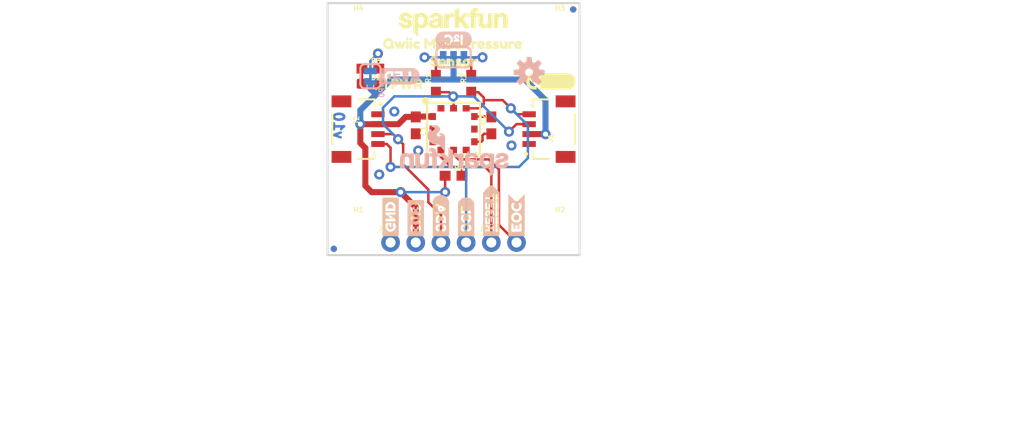
<source format=kicad_pcb>
(kicad_pcb (version 20211014) (generator pcbnew)
  (layers (0 "F.Cu" signal) (31 "B.Cu" signal) (34 "B.Paste" user) (35 "F.Paste" user) (36 "B.SilkS" user "B.Silkscreen") (37 "F.SilkS" user "F.Silkscreen") (38 "B.Mask" user) (39 "F.Mask" user) (44 "Edge.Cuts" user))
  (net 0 "")
  (net 1 "SDA")
  (net 2 "SCL")
  (net 3 "N$3")
  (net 4 "N$4")
  (net 5 "N$7")
  (net 6 "EOC")
  (net 7 "~{RESET}")
  (net 8 "N$6")
  (net 9 "GND")
  (net 10 "3.3V")
  (net 11 "N$2")
  (net 12 "N$1")
  (net 13 "SS")
  (net 14 "MISO")
  (footprint "boardEagle:JST04_1MM_RA" (layer "F.Cu") (at 140.8811 105.0036 -90)
    (fp_text reference "J2" (at -1.397 2.159 90) (layer "F.SilkS") (effects (font (size 0.512064 0.512064) (thickness 0.097536)) (justify right)))
    (fp_text value "Qwiic")
    (pad "1" smd rect (at -1.5 0 270) (size 0.6 1.35) (layers "F.Cu" "F.Paste" "F.Mask") (net 9 "GND"))
    (pad "2" smd rect (at -0.5 0 270) (size 0.6 1.35) (layers "F.Cu" "F.Paste" "F.Mask") (net 10 "3.3V"))
    (pad "3" smd rect (at 0.5 0 270) (size 0.6 1.35) (layers "F.Cu" "F.Paste" "F.Mask") (net 1 "SDA"))
    (pad "4" smd rect (at 1.5 0 270) (size 0.6 1.35) (layers "F.Cu" "F.Paste" "F.Mask") (net 2 "SCL"))
    (pad "NC1" smd rect (at 2.8 3.675 270) (size 1.2 2) (layers "F.Cu" "F.Paste" "F.Mask"))
    (pad "NC2" smd rect (at -2.8 3.675 270) (size 1.2 2) (layers "F.Cu" "F.Paste" "F.Mask"))
  )
  (footprint "boardEagle:SCL3" (layer "F.Cu") (at 149.7711 116.2685 90)
    (fp_text reference "U$4" hide)
    (fp_text value "" hide)
  )
  (footprint "boardEagle:#RESET4" (layer "F.Cu") (at 152.3111 116.4209 90)
    (fp_text reference "U$5" hide)
    (fp_text value "" hide)
  )
  (footprint "boardEagle:STAND-OFF" (layer "F.Cu") (at 138.3411 115.1636)
    (fp_text reference "H1" (at 0 -2.032) (layer "F.SilkS") (effects (font (size 0.512064 0.512064) (thickness 0.097536)) (justify left)))
    (fp_text value "STAND-OFF")
    (pad "" np_thru_hole circle (at 0 0) (size 3.302 3.302) (drill 3.302) (layers *.Cu *.Mask))
  )
  (footprint "boardEagle:SFE_LOGO_NAME_.1" (layer "F.Cu") (at 148.5011 94.2086)
    (fp_text reference "U$19" hide)
    (fp_text value "" hide)
  )
  (footprint "boardEagle:FIDUCIAL-MICRO" (layer "F.Cu") (at 136.4361 117.0686)
    (fp_text reference "FD1" hide)
    (fp_text value "FIDUCIALUFIDUCIAL" hide)
    (pad "1" smd roundrect (at 0 0) (size 0.635 0.635) (layers "F.Cu" "F.Mask") (roundrect_rratio 0.5))
  )
  (footprint "boardEagle:0603" (layer "F.Cu") (at 140.1191 98.9076)
    (fp_text reference "R3" (at 0 -0.762) (layer "F.SilkS") (effects (font (size 0.512064 0.512064) (thickness 0.097536)) (justify left)))
    (fp_text value "1k")
    (pad "1" smd rect (at -0.85 0) (size 1.1 1) (layers "F.Cu" "F.Paste" "F.Mask") (net 11 "N$2"))
    (pad "2" smd rect (at 0.85 0) (size 1.1 1) (layers "F.Cu" "F.Paste" "F.Mask") (net 12 "N$1"))
  )
  (footprint "boardEagle:1X02_NO_SILK" (layer "F.Cu") (at 152.3111 116.4336)
    (fp_text reference "J4" (at -1.27 -1.397) (layer "F.SilkS") (effects (font (size 0.512064 0.512064) (thickness 0.097536)) (justify left)))
    (fp_text value "")
    (pad "1" thru_hole circle (at 0 0 90) (size 1.8796 1.8796) (drill 1.016) (layers *.Cu *.Mask) (net 7 "~{RESET}"))
    (pad "2" thru_hole circle (at 2.54 0 90) (size 1.8796 1.8796) (drill 1.016) (layers *.Cu *.Mask) (net 6 "EOC"))
  )
  (footprint "boardEagle:STAND-OFF" (layer "F.Cu") (at 158.6611 94.8436)
    (fp_text reference "H3" (at 0 -2.032) (layer "F.SilkS") (effects (font (size 0.512064 0.512064) (thickness 0.097536)) (justify left)))
    (fp_text value "STAND-OFF")
    (pad "" np_thru_hole circle (at 0 0) (size 3.302 3.302) (drill 3.302) (layers *.Cu *.Mask))
  )
  (footprint "boardEagle:QWIIC_5MM" (layer "F.Cu") (at 158.2801 100.1776)
    (fp_text reference "LOGO1" hide)
    (fp_text value "QWIIC_LOGO_5MM" hide)
  )
  (footprint "boardEagle:QWIIC_MICROPRESSURE0" (layer "F.Cu") (at 140.5001 96.3676)
    (fp_text reference "U$16" hide)
    (fp_text value "" hide)
  )
  (footprint "boardEagle:GND1" (layer "F.Cu") (at 142.1511 116.2685 90)
    (fp_text reference "U$1" hide)
    (fp_text value "" hide)
  )
  (footprint "boardEagle:0603" (layer "F.Cu") (at 152.3111 104.6226 90)
    (fp_text reference "C2" (at 0 -0.762 90) (layer "F.SilkS") (effects (font (size 0.512064 0.512064) (thickness 0.097536)) (justify left)))
    (fp_text value "1nF")
    (pad "1" smd rect (at -0.85 0 90) (size 1.1 1) (layers "F.Cu" "F.Paste" "F.Mask") (net 5 "N$7"))
    (pad "2" smd rect (at 0.85 0 90) (size 1.1 1) (layers "F.Cu" "F.Paste" "F.Mask") (net 8 "N$6"))
  )
  (footprint "boardEagle:0603" (layer "F.Cu") (at 146.7231 100.4316 90)
    (fp_text reference "R1" (at 0 -0.762 90) (layer "F.SilkS") (effects (font (size 0.512064 0.512064) (thickness 0.097536)) (justify left)))
    (fp_text value "2.2k")
    (pad "1" smd rect (at -0.85 0 90) (size 1.1 1) (layers "F.Cu" "F.Paste" "F.Mask") (net 1 "SDA"))
    (pad "2" smd rect (at 0.85 0 90) (size 1.1 1) (layers "F.Cu" "F.Paste" "F.Mask") (net 4 "N$4"))
  )
  (footprint "boardEagle:EOC5" (layer "F.Cu") (at 154.8511 116.3066 90)
    (fp_text reference "U$6" hide)
    (fp_text value "" hide)
  )
  (footprint "boardEagle:1X04_NO_SILK" (layer "F.Cu") (at 142.1511 116.4336)
    (fp_text reference "J3" (at -1.27 -1.397) (layer "F.SilkS") (effects (font (size 0.512064 0.512064) (thickness 0.097536)) (justify left)))
    (fp_text value "")
    (pad "1" thru_hole circle (at 0 0 90) (size 1.8796 1.8796) (drill 1.016) (layers *.Cu *.Mask) (net 9 "GND"))
    (pad "2" thru_hole circle (at 2.54 0 90) (size 1.8796 1.8796) (drill 1.016) (layers *.Cu *.Mask) (net 10 "3.3V"))
    (pad "3" thru_hole circle (at 5.08 0 90) (size 1.8796 1.8796) (drill 1.016) (layers *.Cu *.Mask) (net 1 "SDA"))
    (pad "4" thru_hole circle (at 7.62 0 90) (size 1.8796 1.8796) (drill 1.016) (layers *.Cu *.Mask) (net 2 "SCL"))
  )
  (footprint "boardEagle:CREATIVE_COMMONS" (layer "F.Cu") (at 123.1011 135.4836)
    (fp_text reference "FRAME1" hide)
    (fp_text value "FRAME-LETTER" hide)
  )
  (footprint "boardEagle:PWR0" (layer "F.Cu") (at 141.2621 100.4316)
    (fp_text reference "U$7" hide)
    (fp_text value "" hide)
  )
  (footprint "boardEagle:3V30" (layer "F.Cu") (at 144.6911 116.3066 90)
    (fp_text reference "U$2" hide)
    (fp_text value "" hide)
  )
  (footprint "boardEagle:JST04_1MM_RA" (layer "F.Cu") (at 156.1211 105.0036 90)
    (fp_text reference "J1" (at -1.397 2.159 90) (layer "F.SilkS") (effects (font (size 0.512064 0.512064) (thickness 0.097536)) (justify left)))
    (fp_text value "Qwiic")
    (pad "1" smd rect (at -1.5 0 90) (size 0.6 1.35) (layers "F.Cu" "F.Paste" "F.Mask") (net 9 "GND"))
    (pad "2" smd rect (at -0.5 0 90) (size 0.6 1.35) (layers "F.Cu" "F.Paste" "F.Mask") (net 10 "3.3V"))
    (pad "3" smd rect (at 0.5 0 90) (size 0.6 1.35) (layers "F.Cu" "F.Paste" "F.Mask") (net 1 "SDA"))
    (pad "4" smd rect (at 1.5 0 90) (size 0.6 1.35) (layers "F.Cu" "F.Paste" "F.Mask") (net 2 "SCL"))
    (pad "NC1" smd rect (at 2.8 3.675 90) (size 1.2 2) (layers "F.Cu" "F.Paste" "F.Mask"))
    (pad "NC2" smd rect (at -2.8 3.675 90) (size 1.2 2) (layers "F.Cu" "F.Paste" "F.Mask"))
  )
  (footprint "boardEagle:MPR_SERIES_PRESSURE_I2C" (layer "F.Cu") (at 148.5011 105.0036 180)
    (fp_text reference "U1" (at -2.921 -2.921) (layer "F.SilkS") (effects (font (size 1.176528 1.176528) (thickness 0.093472)) (justify right)))
    (fp_text value "MPR Series")
    (pad "" np_thru_hole circle (at -0.86 -0.05 180) (size 1 1) (drill 1) (layers *.Cu *.Mask))
    (pad "1" smd rect (at 1.27 2.1 270) (size 0.65 0.7) (layers "F.Cu" "F.Paste" "F.Mask") (net 13 "SS"))
    (pad "2" smd rect (at 0 2.1 270) (size 0.65 0.7) (layers "F.Cu" "F.Paste" "F.Mask") (net 1 "SDA"))
    (pad "3" smd rect (at -1.27 2.1 270) (size 0.65 0.7) (layers "F.Cu" "F.Paste" "F.Mask") (net 2 "SCL"))
    (pad "4" smd rect (at -2.1 1.27 180) (size 0.65 0.7) (layers "F.Cu" "F.Paste" "F.Mask") (net 8 "N$6"))
    (pad "5" smd rect (at -2.1 0 180) (size 0.65 0.7) (layers "F.Cu" "F.Paste" "F.Mask"))
    (pad "6" smd rect (at -2.1 -1.27 180) (size 0.65 0.7) (layers "F.Cu" "F.Paste" "F.Mask") (net 5 "N$7"))
    (pad "7" smd rect (at -1.27 -2.1 270) (size 0.65 0.7) (layers "F.Cu" "F.Paste" "F.Mask") (net 14 "MISO"))
    (pad "8" smd rect (at 0 -2.1 270) (size 0.65 0.7) (layers "F.Cu" "F.Paste" "F.Mask") (net 6 "EOC"))
    (pad "9" smd rect (at 1.27 -2.1 270) (size 0.65 0.7) (layers "F.Cu" "F.Paste" "F.Mask") (net 7 "~{RESET}"))
    (pad "10" smd rect (at 2.1 -1.27 180) (size 0.65 0.7) (layers "F.Cu" "F.Paste" "F.Mask") (net 9 "GND"))
    (pad "11" smd rect (at 2.1 0 180) (size 0.65 0.7) (layers "F.Cu" "F.Paste" "F.Mask"))
    (pad "12" smd rect (at 2.1 1.27 180) (size 0.65 0.7) (layers "F.Cu" "F.Paste" "F.Mask") (net 10 "3.3V"))
  )
  (footprint "boardEagle:LED-0603" (layer "F.Cu") (at 140.1191 100.4316)
    (fp_text reference "D1" (at 0 -0.635) (layer "F.SilkS") (effects (font (size 0.512064 0.512064) (thickness 0.097536)) (justify left)))
    (fp_text value "RED")
    (pad "A" smd roundrect (at -0.877 0 270) (size 1 1) (layers "F.Cu" "F.Paste" "F.Mask") (roundrect_rratio 0.15) (net 11 "N$2"))
    (pad "C" smd roundrect (at 0.877 0 270) (size 1 1) (layers "F.Cu" "F.Paste" "F.Mask") (roundrect_rratio 0.15) (net 9 "GND"))
  )
  (footprint "boardEagle:SENSOR2" (layer "F.Cu") (at 145.1991 98.1456)
    (fp_text reference "U$18" hide)
    (fp_text value "" hide)
  )
  (footprint "boardEagle:STAND-OFF" (layer "F.Cu") (at 158.6611 115.1636)
    (fp_text reference "H2" (at 0 -2.032) (layer "F.SilkS") (effects (font (size 0.512064 0.512064) (thickness 0.097536)) (justify left)))
    (fp_text value "STAND-OFF")
    (pad "" np_thru_hole circle (at 0 0) (size 3.302 3.302) (drill 3.302) (layers *.Cu *.Mask))
  )
  (footprint "boardEagle:0603" (layer "F.Cu") (at 144.6911 104.6226 -90)
    (fp_text reference "C1" (at 0 -0.762 90) (layer "F.SilkS") (effects (font (size 0.512064 0.512064) (thickness 0.097536)) (justify right)))
    (fp_text value "0.1uF")
    (pad "1" smd rect (at -0.85 0 270) (size 1.1 1) (layers "F.Cu" "F.Paste" "F.Mask") (net 10 "3.3V"))
    (pad "2" smd rect (at 0.85 0 270) (size 1.1 1) (layers "F.Cu" "F.Paste" "F.Mask") (net 9 "GND"))
  )
  (footprint "boardEagle:STAND-OFF" (layer "F.Cu") (at 138.3411 94.8436)
    (fp_text reference "H4" (at 0 -2.032) (layer "F.SilkS") (effects (font (size 0.512064 0.512064) (thickness 0.097536)) (justify left)))
    (fp_text value "STAND-OFF")
    (pad "" np_thru_hole circle (at 0 0) (size 3.302 3.302) (drill 3.302) (layers *.Cu *.Mask))
  )
  (footprint "boardEagle:0603" (layer "F.Cu") (at 150.2791 100.4316 90)
    (fp_text reference "R2" (at 0 -0.762 90) (layer "F.SilkS") (effects (font (size 0.512064 0.512064) (thickness 0.097536)) (justify left)))
    (fp_text value "2.2k")
    (pad "1" smd rect (at -0.85 0 90) (size 1.1 1) (layers "F.Cu" "F.Paste" "F.Mask") (net 2 "SCL"))
    (pad "2" smd rect (at 0.85 0 90) (size 1.1 1) (layers "F.Cu" "F.Paste" "F.Mask") (net 3 "N$3"))
  )
  (footprint "boardEagle:SDA2" (layer "F.Cu") (at 147.2311 116.2685 90)
    (fp_text reference "U$3" hide)
    (fp_text value "" hide)
  )
  (footprint "boardEagle:0603" (layer "F.Cu") (at 148.5011 109.7026)
    (fp_text reference "R4" (at 0 -0.762) (layer "F.SilkS") (effects (font (size 0.512064 0.512064) (thickness 0.097536)) (justify left)))
    (fp_text value "2.2k")
    (pad "1" smd rect (at -0.85 0) (size 1.1 1) (layers "F.Cu" "F.Paste" "F.Mask") (net 10 "3.3V"))
    (pad "2" smd rect (at 0.85 0) (size 1.1 1) (layers "F.Cu" "F.Paste" "F.Mask") (net 7 "~{RESET}"))
  )
  (footprint "boardEagle:FIDUCIAL-MICRO" (layer "F.Cu") (at 160.5661 92.9386)
    (fp_text reference "FD4" hide)
    (fp_text value "FIDUCIALUFIDUCIAL" hide)
    (pad "1" smd roundrect (at 0 0) (size 0.635 0.635) (layers "F.Cu" "F.Mask") (roundrect_rratio 0.5))
  )
  (footprint "boardEagle:SDA2" (layer "B.Cu") (at 147.2311 116.2685 90)
    (fp_text reference "U$13" hide)
    (fp_text value "" hide)
  )
  (footprint "boardEagle:#RESET4" (layer "B.Cu") (at 152.3111 116.4209 90)
    (fp_text reference "U$11" hide)
    (fp_text value "" hide)
  )
  (footprint "boardEagle:SMT-JUMPER_3_2-NC_TRACE_SILK" (layer "B.Cu") (at 148.5011 97.7646 180)
    (fp_text reference "I2C0" (at 0 1.143) (layer "B.SilkS") (effects (font (size 0.512064 0.512064) (thickness 0.097536)) (justify left mirror)))
    (fp_text value "")
    (fp_poly (pts (xy 0.7112 -0.13335) (xy -0.7112 -0.13335) (xy -0.7112 0.13335) (xy 0.7112 0.13335)) (layer "B.Cu") (width 0) (fill solid))
    (pad "1" smd rect (at -1.0414 0 180) (size 0.6604 1.27) (layers "B.Cu" "B.Mask") (net 3 "N$3"))
    (pad "2" smd rect (at 0 0 180) (size 0.6604 1.27) (layers "B.Cu" "B.Mask") (net 10 "3.3V"))
    (pad "3" smd rect (at 1.0414 0 180) (size 0.6604 1.27) (layers "B.Cu" "B.Mask") (net 4 "N$4"))
  )
  (footprint "boardEagle:SMT-JUMPER_2_NC_TRACE_SILK" (layer "B.Cu") (at 140.1191 99.6696 90)
    (fp_text reference "PWR0" (at 0 1.143 90) (layer "B.SilkS") (effects (font (size 0.512064 0.512064) (thickness 0.097536)) (justify left mirror)))
    (fp_text value "")
    (fp_poly (pts (xy 0.1905 -0.13335) (xy -0.70485 -0.13335) (xy -0.70485 0.13335) (xy 0.1905 0.13335)) (layer "B.Cu") (width 0) (fill solid))
    (pad "1" smd rect (at -0.5207 0 90) (size 0.6604 1.27) (layers "B.Cu" "B.Mask") (net 10 "3.3V"))
    (pad "2" smd rect (at 0.5207 0 90) (size 0.6604 1.27) (layers "B.Cu" "B.Mask") (net 12 "N$1"))
  )
  (footprint "boardEagle:LED7" (layer "B.Cu") (at 145.1991 99.6696 180)
    (fp_text reference "U$8" hide)
    (fp_text value "" hide)
  )
  (footprint "boardEagle:SFE_LOGO_NAME_FLAME_.1" (layer "B.Cu") (at 148.5011 108.3056 180)
    (fp_text reference "LOGO3" hide)
    (fp_text value "SFE_LOGO_NAME_FLAME.1_INCH" hide)
  )
  (footprint "boardEagle:OSHW-LOGO-S" (layer "B.Cu") (at 156.1211 99.2886 180)
    (fp_text reference "LOGO2" hide)
    (fp_text value "OSHW-LOGOS" hide)
  )
  (footprint "boardEagle:FIDUCIAL-MICRO" (layer "B.Cu") (at 136.4361 117.0686 180)
    (fp_text reference "FD2" hide)
    (fp_text value "FIDUCIALUFIDUCIAL" hide)
    (pad "1" smd roundrect (at 0 0 180) (size 0.635 0.635) (layers "B.Cu" "B.Mask") (roundrect_rratio 0.5))
  )
  (footprint "boardEagle:EOC5" (layer "B.Cu") (at 154.8511 116.3066 90)
    (fp_text reference "U$10" hide)
    (fp_text value "" hide)
  )
  (footprint "boardEagle:SCL3" (layer "B.Cu") (at 149.7711 116.2685 90)
    (fp_text reference "U$12" hide)
    (fp_text value "" hide)
  )
  (footprint "boardEagle:FIDUCIAL-MICRO" (layer "B.Cu") (at 160.5661 92.9386 180)
    (fp_text reference "FD3" hide)
    (fp_text value "FIDUCIALUFIDUCIAL" hide)
    (pad "1" smd roundrect (at 0 0 180) (size 0.635 0.635) (layers "B.Cu" "B.Mask") (roundrect_rratio 0.5))
  )
  (footprint "boardEagle:GND1" (layer "B.Cu") (at 142.1511 116.2685 90)
    (fp_text reference "U$15" hide)
    (fp_text value "" hide)
  )
  (footprint "boardEagle:3V30" (layer "B.Cu") (at 144.6911 116.3066 90)
    (fp_text reference "U$14" hide)
    (fp_text value "" hide)
  )
  (footprint "boardEagle:I#C0" (layer "B.Cu") (at 150.4061 95.9866 180)
    (fp_text reference "U$9" hide)
    (fp_text value "" hide)
  )
  (gr_line (start 161.2011 92.3036) (end 135.8011 92.3036) (layer "Edge.Cuts") (width 0.2032))
  (gr_line (start 161.2011 117.7036) (end 161.2011 92.3036) (layer "Edge.Cuts") (width 0.2032))
  (gr_line (start 135.8011 92.3036) (end 135.8011 117.7036) (layer "Edge.Cuts") (width 0.2032))
  (gr_line (start 135.8011 117.7036) (end 161.2011 117.7036) (layer "Edge.Cuts") (width 0.2032))
  (gr_text "v10" (at 136.3091 106.1466 -90) (layer "B.Cu") (effects (font (size 1.016 1.016) (thickness 0.254)) (justify left bottom mirror)))
  (segment (start 143.4211 106.5276) (end 142.9131 106.0196) (width 0.254) (layer "F.Cu") (net 1))
  (segment (start 143.4211 106.5276) (end 143.4211 108.5596) (width 0.254) (layer "F.Cu") (net 1))
  (segment (start 142.3971 105.5036) (end 142.9131 106.0196) (width 0.254) (layer "F.Cu") (net 1))
  (segment (start 147.2311 113.6396) (end 147.2311 116.4336) (width 0.254) (layer "F.Cu") (net 1))
  (segment (start 140.8811 105.5036) (end 142.3971 105.5036) (width 0.254) (layer "F.Cu") (net 1))
  (segment (start 148.0421 101.2816) (end 146.7231 101.2816) (width 0.254) (layer "F.Cu") (net 1))
  (segment (start 148.5011 101.7406) (end 148.4621 101.7016) (width 0.254) (layer "F.Cu") (net 1))
  (segment (start 145.9611 111.0996) (end 145.9611 112.3696) (width 0.254) (layer "F.Cu") (net 1))
  (segment (start 154.8431 104.5036) (end 154.0891 105.2576) (width 0.254) (layer "F.Cu") (net 1))
  (segment (start 148.4621 101.7016) (end 148.0421 101.2816) (width 0.254) (layer "F.Cu") (net 1))
  (segment (start 156.1211 104.5036) (end 154.8431 104.5036) (width 0.254) (layer "F.Cu") (net 1))
  (segment (start 148.5011 102.9036) (end 148.5011 101.7406) (width 0.254) (layer "F.Cu") (net 1))
  (segment (start 147.2311 113.6396) (end 145.9611 112.3696) (width 0.254) (layer "F.Cu") (net 1))
  (segment (start 143.4211 108.5596) (end 145.9611 111.0996) (width 0.254) (layer "F.Cu") (net 1))
  (via (at 148.4621 101.7016) (size 1.016) (drill 0.508) (layers "F.Cu" "B.Cu") (net 1))
  (via (at 154.0891 105.2576) (size 1.016) (drill 0.508) (layers "F.Cu" "B.Cu") (net 1))
  (via (at 142.9131 106.0196) (size 1.016) (drill 0.508) (layers "F.Cu" "B.Cu") (net 1))
  (segment (start 141.3891 102.8446) (end 141.3891 104.4956) (width 0.254) (layer "B.Cu") (net 1))
  (segment (start 148.4621 101.7016) (end 150.5331 101.7016) (width 0.254) (layer "B.Cu") (net 1))
  (segment (start 150.5331 101.7016) (end 154.0891 105.2576) (width 0.254) (layer "B.Cu") (net 1))
  (segment (start 148.4621 101.7016) (end 142.5321 101.7016) (width 0.254) (layer "B.Cu") (net 1))
  (segment (start 141.3891 104.4956) (end 142.9131 106.0196) (width 0.254) (layer "B.Cu") (net 1))
  (segment (start 142.5321 101.7016) (end 141.3891 102.8446) (width 0.254) (layer "B.Cu") (net 1))
  (segment (start 149.7711 102.9036) (end 151.1091 102.9036) (width 0.254) (layer "F.Cu") (net 2))
  (segment (start 151.5491 102.0826) (end 151.5491 102.4636) (width 0.254) (layer "F.Cu") (net 2))
  (segment (start 151.0021 101.2816) (end 151.5491 101.8286) (width 0.254) (layer "F.Cu") (net 2))
  (segment (start 153.4541 102.0826) (end 151.5491 102.0826) (width 0.254) (layer "F.Cu") (net 2))
  (segment (start 156.1211 103.5036) (end 154.8751 103.5036) (width 0.254) (layer "F.Cu") (net 2))
  (segment (start 140.8811 106.5036) (end 141.7701 106.5036) (width 0.254) (layer "F.Cu") (net 2))
  (segment (start 150.2791 101.2816) (end 151.0021 101.2816) (width 0.254) (layer "F.Cu") (net 2))
  (segment (start 151.5491 101.8286) (end 151.5491 102.0826) (width 0.254) (layer "F.Cu") (net 2))
  (segment (start 154.8751 103.5036) (end 154.2751 102.9036) (width 0.254) (layer "F.Cu") (net 2))
  (segment (start 154.2751 102.9036) (end 153.4541 102.0826) (width 0.254) (layer "F.Cu") (net 2))
  (segment (start 142.1511 106.8846) (end 141.7701 106.5036) (width 0.254) (layer "F.Cu") (net 2))
  (segment (start 142.1511 106.8846) (end 142.1511 108.8136) (width 0.254) (layer "F.Cu") (net 2))
  (segment (start 151.1091 102.9036) (end 151.5491 102.4636) (width 0.254) (layer "F.Cu") (net 2))
  (via (at 142.1511 108.8136) (size 1.016) (drill 0.508) (layers "F.Cu" "B.Cu") (net 2))
  (via (at 154.2751 102.9036) (size 1.016) (drill 0.508) (layers "F.Cu" "B.Cu") (net 2))
  (segment (start 155.9941 104.6226) (end 155.9941 107.9246) (width 0.254) (layer "B.Cu") (net 2))
  (segment (start 155.9941 107.9246) (end 155.1051 108.8136) (width 0.254) (layer "B.Cu") (net 2))
  (segment (start 155.1051 108.8136) (end 149.7711 108.8136) (width 0.254) (layer "B.Cu") (net 2))
  (segment (start 149.7711 116.4336) (end 149.7711 108.8136) (width 0.254) (layer "B.Cu") (net 2))
  (segment (start 155.9941 104.6226) (end 154.2751 102.9036) (width 0.254) (layer "B.Cu") (net 2))
  (segment (start 149.7711 108.8136) (end 142.1511 108.8136) (width 0.254) (layer "B.Cu") (net 2))
  (segment (start 150.7871 97.7646) (end 150.2791 98.2726) (width 0.254) (layer "F.Cu") (net 3))
  (segment (start 150.7871 97.7646) (end 151.4221 97.7646) (width 0.254) (layer "F.Cu") (net 3))
  (segment (start 150.2791 99.5816) (end 150.2791 98.2726) (width 0.254) (layer "F.Cu") (net 3))
  (via (at 151.4221 97.7646) (size 1.016) (drill 0.508) (layers "F.Cu" "B.Cu") (net 3))
  (segment (start 149.5425 97.7646) (end 151.4221 97.7646) (width 0.254) (layer "B.Cu") (net 3))
  (segment (start 146.7231 99.5816) (end 146.7231 98.2726) (width 0.254) (layer "F.Cu") (net 4))
  (segment (start 146.2151 97.7646) (end 145.5801 97.7646) (width 0.254) (layer "F.Cu") (net 4))
  (segment (start 146.7231 98.2726) (end 146.2151 97.7646) (width 0.254) (layer "F.Cu") (net 4))
  (via (at 145.5801 97.7646) (size 1.016) (drill 0.508) (layers "F.Cu" "B.Cu") (net 4))
  (segment (start 147.4597 97.7646) (end 145.5801 97.7646) (width 0.254) (layer "B.Cu") (net 4))
  (segment (start 150.6011 106.2736) (end 151.2951 106.2736) (width 0.254) (layer "F.Cu") (net 5))
  (segment (start 151.5881 105.4726) (end 152.3111 105.4726) (width 0.254) (layer "F.Cu") (net 5))
  (segment (start 151.2951 106.2736) (end 151.4221 106.1466) (width 0.254) (layer "F.Cu") (net 5))
  (segment (start 151.4221 106.1466) (end 151.4221 105.6386) (width 0.254) (layer "F.Cu") (net 5))
  (segment (start 151.4221 105.6386) (end 151.5881 105.4726) (width 0.254) (layer "F.Cu") (net 5))
  (segment (start 152.0571 108.0516) (end 149.0091 108.0516) (width 0.254) (layer "F.Cu") (net 6))
  (segment (start 148.5011 107.5436) (end 149.0091 108.0516) (width 0.254) (layer "F.Cu") (net 6))
  (segment (start 153.0731 114.6556) (end 153.0731 109.0676) (width 0.254) (layer "F.Cu") (net 6))
  (segment (start 154.8511 116.4336) (end 153.0731 114.6556) (width 0.254) (layer "F.Cu") (net 6))
  (segment (start 153.0731 109.0676) (end 152.0571 108.0516) (width 0.254) (layer "F.Cu") (net 6))
  (segment (start 148.5011 107.1036) (end 148.5011 107.5436) (width 0.254) (layer "F.Cu") (net 6))
  (segment (start 149.3511 108.8136) (end 151.6761 108.8136) (width 0.254) (layer "F.Cu") (net 7))
  (segment (start 149.3511 109.7026) (end 149.3511 108.8136) (width 0.254) (layer "F.Cu") (net 7))
  (segment (start 148.2471 108.8136) (end 149.3511 108.8136) (width 0.254) (layer "F.Cu") (net 7))
  (segment (start 147.2311 107.7976) (end 148.2471 108.8136) (width 0.254) (layer "F.Cu") (net 7))
  (segment (start 152.3111 109.4486) (end 152.3111 116.4336) (width 0.254) (layer "F.Cu") (net 7))
  (segment (start 147.2311 107.1036) (end 147.2311 107.7976) (width 0.254) (layer "F.Cu") (net 7))
  (segment (start 151.6761 108.8136) (end 152.3111 109.4486) (width 0.254) (layer "F.Cu") (net 7))
  (segment (start 150.6011 103.7336) (end 152.3111 103.7336) (width 0.254) (layer "F.Cu") (net 8))
  (segment (start 152.3111 103.7336) (end 152.3111 103.7726) (width 0.254) (layer "F.Cu") (net 8))
  (via (at 144.9451 107.1626) (size 1.016) (drill 0.508) (layers "F.Cu" "B.Cu") (net 9))
  (via (at 154.3431 106.6546) (size 1.016) (drill 0.508) (layers "F.Cu" "B.Cu") (net 9))
  (via (at 141.0081 109.5756) (size 1.016) (drill 0.508) (layers "F.Cu" "B.Cu") (net 9))
  (via (at 142.5321 103.2256) (size 1.016) (drill 0.508) (layers "F.Cu" "B.Cu") (net 9))
  (segment (start 139.1031 104.4956) (end 139.1031 104.5036) (width 0.6096) (layer "F.Cu") (net 10))
  (segment (start 142.9441 104.5036) (end 140.8811 104.5036) (width 0.6096) (layer "F.Cu") (net 10))
  (segment (start 157.7721 105.5036) (end 157.7721 105.5116) (width 0.6096) (layer "F.Cu") (net 10))
  (segment (start 156.1211 105.5036) (end 157.7721 105.5036) (width 0.6096) (layer "F.Cu") (net 10))
  (segment (start 139.1031 106.4006) (end 139.1031 104.4956) (width 0.6096) (layer "F.Cu") (net 10))
  (segment (start 140.2461 111.3536) (end 139.6111 110.7186) (width 0.6096) (layer "F.Cu") (net 10))
  (segment (start 144.6911 116.4336) (end 144.6911 112.8776) (width 0.6096) (layer "F.Cu") (net 10))
  (segment (start 139.6111 106.9086) (end 139.6111 110.7186) (width 0.6096) (layer "F.Cu") (net 10))
  (segment (start 143.1671 111.3536) (end 140.2461 111.3536) (width 0.6096) (layer "F.Cu") (net 10))
  (segment (start 144.7301 103.7336) (end 144.6911 103.7726) (width 0.6096) (layer "F.Cu") (net 10))
  (segment (start 139.1031 104.5036) (end 140.8811 104.5036) (width 0.6096) (layer "F.Cu") (net 10))
  (segment (start 143.6751 103.7726) (end 142.9441 104.5036) (width 0.6096) (layer "F.Cu") (net 10))
  (segment (start 144.6911 112.8776) (end 143.1671 111.3536) (width 0.6096) (layer "F.Cu") (net 10))
  (segment (start 144.6911 103.7726) (end 143.6751 103.7726) (width 0.6096) (layer "F.Cu") (net 10))
  (segment (start 139.6111 106.9086) (end 139.1031 106.4006) (width 0.6096) (layer "F.Cu") (net 10))
  (segment (start 146.4011 103.7336) (end 144.7301 103.7336) (width 0.6096) (layer "F.Cu") (net 10))
  (segment (start 147.6511 109.7026) (end 147.6511 111.3536) (width 0.254) (layer "F.Cu") (net 10))
  (via (at 157.7721 105.5116) (size 1.016) (drill 0.508) (layers "F.Cu" "B.Cu") (net 10))
  (via (at 139.1031 104.4956) (size 1.016) (drill 0.508) (layers "F.Cu" "B.Cu") (net 10))
  (via (at 143.1671 111.3536) (size 1.016) (drill 0.508) (layers "F.Cu" "B.Cu") (net 10))
  (via (at 147.6511 111.3536) (size 1.016) (drill 0.508) (layers "F.Cu" "B.Cu") (net 10))
  (segment (start 140.6906 101.5111) (end 139.1031 103.0986) (width 0.6096) (layer "B.Cu") (net 10))
  (segment (start 157.7721 102.0826) (end 155.6893 99.9998) (width 0.6096) (layer "B.Cu") (net 10))
  (segment (start 139.1031 103.0986) (end 139.1031 104.4956) (width 0.6096) (layer "B.Cu") (net 10))
  (segment (start 155.6893 99.9998) (end 148.5011 99.9998) (width 0.6096) (layer "B.Cu") (net 10))
  (segment (start 140.1191 100.9396) (end 140.6906 101.5111) (width 0.6096) (layer "B.Cu") (net 10))
  (segment (start 140.1191 100.1903) (end 140.1191 100.9396) (width 0.6096) (layer "B.Cu") (net 10))
  (segment (start 148.5011 97.7646) (end 148.5011 99.9998) (width 0.6096) (layer "B.Cu") (net 10))
  (segment (start 142.2019 99.9998) (end 140.6906 101.5111) (width 0.6096) (layer "B.Cu") (net 10))
  (segment (start 143.1671 111.3536) (end 147.6511 111.3536) (width 0.254) (layer "B.Cu") (net 10))
  (segment (start 157.7721 105.5116) (end 157.7721 102.0826) (width 0.6096) (layer "B.Cu") (net 10))
  (segment (start 148.5011 99.9998) (end 142.2019 99.9998) (width 0.6096) (layer "B.Cu") (net 10))
  (segment (start 139.2691 98.9076) (end 139.2691 100.4316) (width 0.254) (layer "F.Cu") (net 11))
  (segment (start 139.2691 100.4316) (end 139.2421 100.4316) (width 0.254) (layer "F.Cu") (net 11))
  (segment (start 140.9691 97.4716) (end 140.9691 98.9076) (width 0.254) (layer "F.Cu") (net 12))
  (segment (start 140.8811 97.3836) (end 140.9691 97.4716) (width 0.254) (layer "F.Cu") (net 12))
  (via (at 140.8811 97.3836) (size 1.016) (drill 0.508) (layers "F.Cu" "B.Cu") (net 12))
  (segment (start 140.1191 98.1456) (end 140.8811 97.3836) (width 0.254) (layer "B.Cu") (net 12))
  (segment (start 140.1191 99.1489) (end 140.1191 98.1456) (width 0.254) (layer "B.Cu") (net 12))
)
</source>
